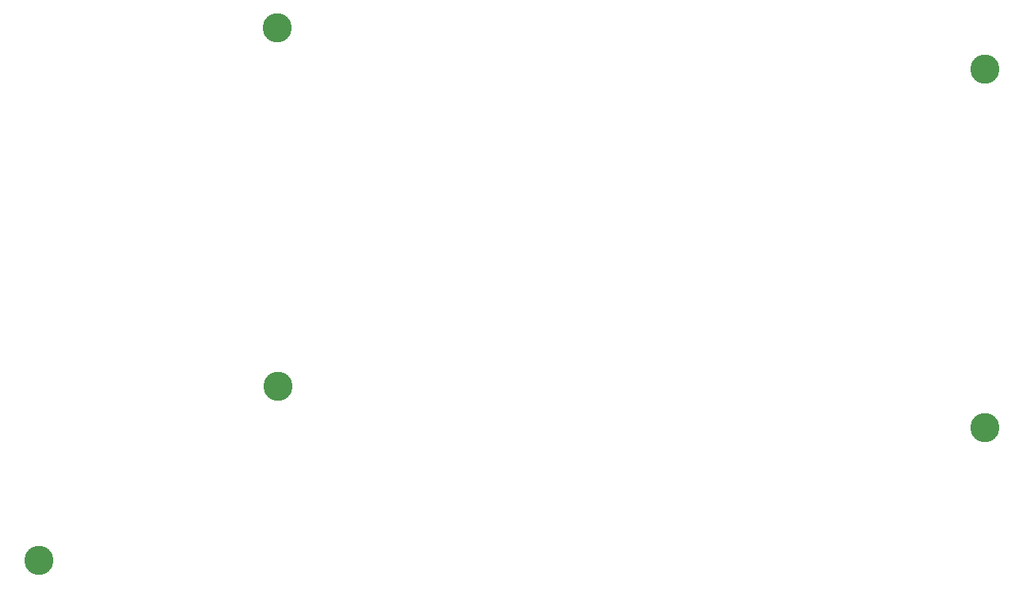
<source format=gbs>
G04 #@! TF.GenerationSoftware,KiCad,Pcbnew,(5.1.8)-1*
G04 #@! TF.CreationDate,2021-02-14T00:26:12+02:00*
G04 #@! TF.ProjectId,FR4_Bottom_Plate,4652345f-426f-4747-946f-6d5f506c6174,0.95*
G04 #@! TF.SameCoordinates,Original*
G04 #@! TF.FileFunction,Soldermask,Bot*
G04 #@! TF.FilePolarity,Negative*
%FSLAX46Y46*%
G04 Gerber Fmt 4.6, Leading zero omitted, Abs format (unit mm)*
G04 Created by KiCad (PCBNEW (5.1.8)-1) date 2021-02-14 00:26:12*
%MOMM*%
%LPD*%
G01*
G04 APERTURE LIST*
%ADD10C,3.100000*%
G04 APERTURE END LIST*
D10*
X98894900Y-114109500D03*
X199700000Y-100000000D03*
X124396500Y-95567500D03*
X199700000Y-61800000D03*
X124325380Y-57409080D03*
M02*

</source>
